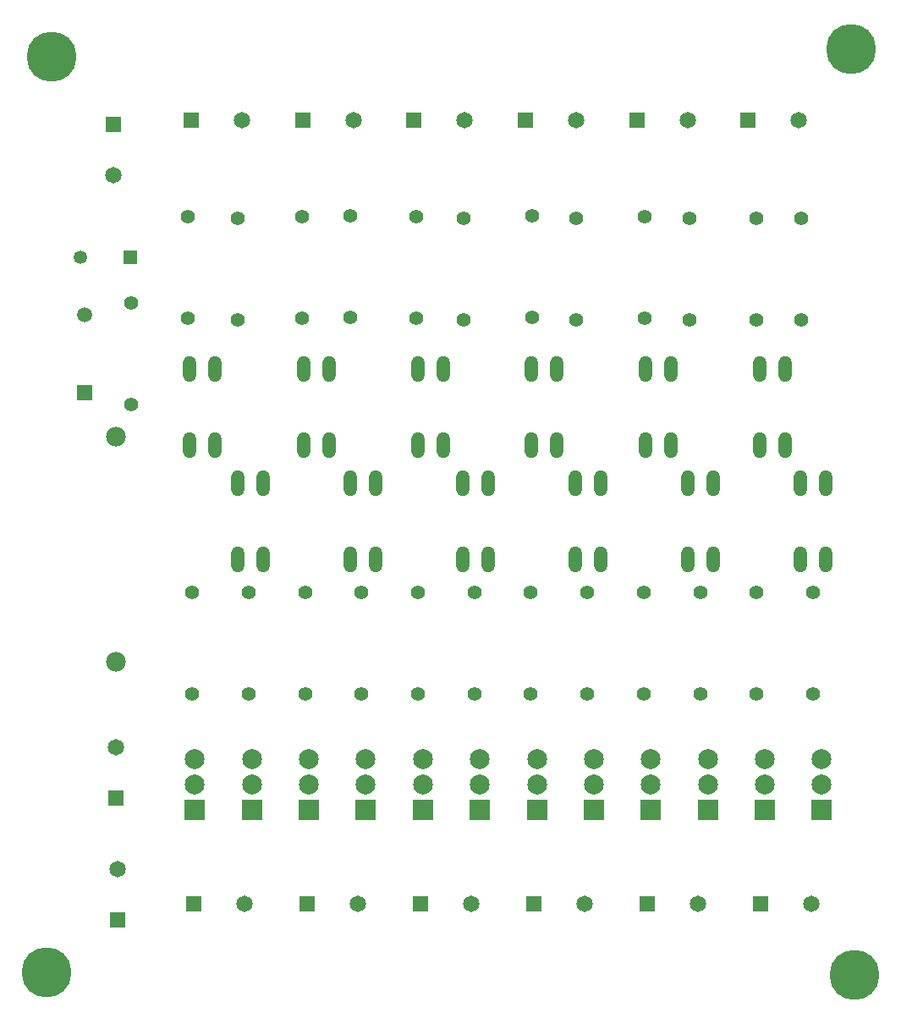
<source format=gbr>
G04*
G04 #@! TF.GenerationSoftware,Altium Limited,Altium Designer,22.4.2 (48)*
G04*
G04 Layer_Color=255*
%FSLAX44Y44*%
%MOMM*%
G71*
G04*
G04 #@! TF.SameCoordinates,69224164-BCDE-4545-B53B-617D96EECF20*
G04*
G04*
G04 #@! TF.FilePolarity,Positive*
G04*
G01*
G75*
%ADD30C,5.0000*%
%ADD31C,1.6500*%
%ADD32R,1.6500X1.6500*%
%ADD33C,1.3500*%
%ADD34R,1.3500X1.3500*%
%ADD35C,1.4000*%
%ADD36O,1.3208X2.6416*%
%ADD37R,1.6500X1.6500*%
%ADD38C,1.9800*%
%ADD39C,1.5000*%
%ADD40R,1.5000X1.5000*%
%ADD41R,1.9950X1.9950*%
%ADD42C,1.9950*%
D30*
X1043940Y1172210D02*
D03*
X1047750Y246380D02*
D03*
X238760Y248920D02*
D03*
X243840Y1164590D02*
D03*
D31*
X663847Y317500D02*
D03*
X306070Y1046480D02*
D03*
X309880Y351790D02*
D03*
X308610Y473710D02*
D03*
X436699Y317500D02*
D03*
X550273D02*
D03*
X777421D02*
D03*
X434340Y1101090D02*
D03*
X545846D02*
D03*
X657352D02*
D03*
X768858D02*
D03*
X890995Y317500D02*
D03*
X1004570D02*
D03*
X880364Y1101090D02*
D03*
X991870D02*
D03*
D32*
X613047Y317500D02*
D03*
X385899D02*
D03*
X499473D02*
D03*
X726621D02*
D03*
X383540Y1101090D02*
D03*
X495046D02*
D03*
X606552D02*
D03*
X718058D02*
D03*
X840195Y317500D02*
D03*
X953770D02*
D03*
X829564Y1101090D02*
D03*
X941070D02*
D03*
D33*
X273050Y963930D02*
D03*
D34*
X323050D02*
D03*
D35*
X323850Y918210D02*
D03*
Y816610D02*
D03*
X380504Y1004570D02*
D03*
Y902970D02*
D03*
X724674Y1005840D02*
D03*
Y904240D02*
D03*
X837704Y1004570D02*
D03*
Y902970D02*
D03*
X494804Y1004570D02*
D03*
Y902970D02*
D03*
X543064Y1005840D02*
D03*
Y904240D02*
D03*
X609104Y1004570D02*
D03*
Y902970D02*
D03*
X882154Y1003300D02*
D03*
Y901700D02*
D03*
X769124Y1003300D02*
D03*
Y901700D02*
D03*
X656094Y1003300D02*
D03*
Y901700D02*
D03*
X430034Y1003300D02*
D03*
Y901700D02*
D03*
X949464Y1003300D02*
D03*
Y901700D02*
D03*
X993914Y1003300D02*
D03*
Y901700D02*
D03*
X667096Y527050D02*
D03*
Y628650D02*
D03*
X441267Y527050D02*
D03*
Y628650D02*
D03*
X892925Y527050D02*
D03*
Y628650D02*
D03*
X384810Y527050D02*
D03*
Y628650D02*
D03*
X836468Y527050D02*
D03*
Y628650D02*
D03*
X610639Y527050D02*
D03*
Y628650D02*
D03*
X554182Y527050D02*
D03*
Y628650D02*
D03*
X780011Y527050D02*
D03*
Y628650D02*
D03*
X1005840Y527050D02*
D03*
Y628650D02*
D03*
X497725Y527050D02*
D03*
Y628650D02*
D03*
X723553Y527050D02*
D03*
Y628650D02*
D03*
X949383Y527050D02*
D03*
Y628650D02*
D03*
D36*
X543052Y661670D02*
D03*
X568452D02*
D03*
Y737870D02*
D03*
X543052D02*
D03*
X430530Y661670D02*
D03*
X455930D02*
D03*
Y737870D02*
D03*
X430530D02*
D03*
X880618Y661670D02*
D03*
X906018D02*
D03*
Y737870D02*
D03*
X880618D02*
D03*
X655574D02*
D03*
X680974D02*
D03*
Y661670D02*
D03*
X655574D02*
D03*
X382270Y852170D02*
D03*
X407670D02*
D03*
Y775970D02*
D03*
X382270D02*
D03*
X838454Y852170D02*
D03*
X863854D02*
D03*
Y775970D02*
D03*
X838454D02*
D03*
X610362Y852170D02*
D03*
X635762D02*
D03*
Y775970D02*
D03*
X610362D02*
D03*
X768096Y737870D02*
D03*
X793496D02*
D03*
Y661670D02*
D03*
X768096D02*
D03*
X993140Y737870D02*
D03*
X1018540D02*
D03*
Y661670D02*
D03*
X993140D02*
D03*
X496316Y852170D02*
D03*
X521716D02*
D03*
Y775970D02*
D03*
X496316D02*
D03*
X724408Y852170D02*
D03*
X749808D02*
D03*
Y775970D02*
D03*
X724408D02*
D03*
X952500Y852170D02*
D03*
X977900D02*
D03*
Y775970D02*
D03*
X952500D02*
D03*
D37*
X306070Y1097280D02*
D03*
X309880Y300990D02*
D03*
X308610Y422910D02*
D03*
D38*
Y784330D02*
D03*
Y559330D02*
D03*
D39*
X276860Y906410D02*
D03*
D40*
Y828410D02*
D03*
D41*
X387350Y411480D02*
D03*
X672523D02*
D03*
X444385D02*
D03*
X900661D02*
D03*
X843626D02*
D03*
X615488D02*
D03*
X558453D02*
D03*
X786592D02*
D03*
X1014730D02*
D03*
X501419D02*
D03*
X729557D02*
D03*
X957695D02*
D03*
D42*
X387350Y436880D02*
D03*
Y462280D02*
D03*
X672523D02*
D03*
Y436880D02*
D03*
X444385Y462280D02*
D03*
Y436880D02*
D03*
X900661Y462280D02*
D03*
Y436880D02*
D03*
X843626Y462280D02*
D03*
Y436880D02*
D03*
X615488Y462280D02*
D03*
Y436880D02*
D03*
X558453Y462280D02*
D03*
Y436880D02*
D03*
X786592Y462280D02*
D03*
Y436880D02*
D03*
X1014730Y462280D02*
D03*
Y436880D02*
D03*
X501419Y462280D02*
D03*
Y436880D02*
D03*
X729557Y462280D02*
D03*
Y436880D02*
D03*
X957695Y462280D02*
D03*
Y436880D02*
D03*
M02*

</source>
